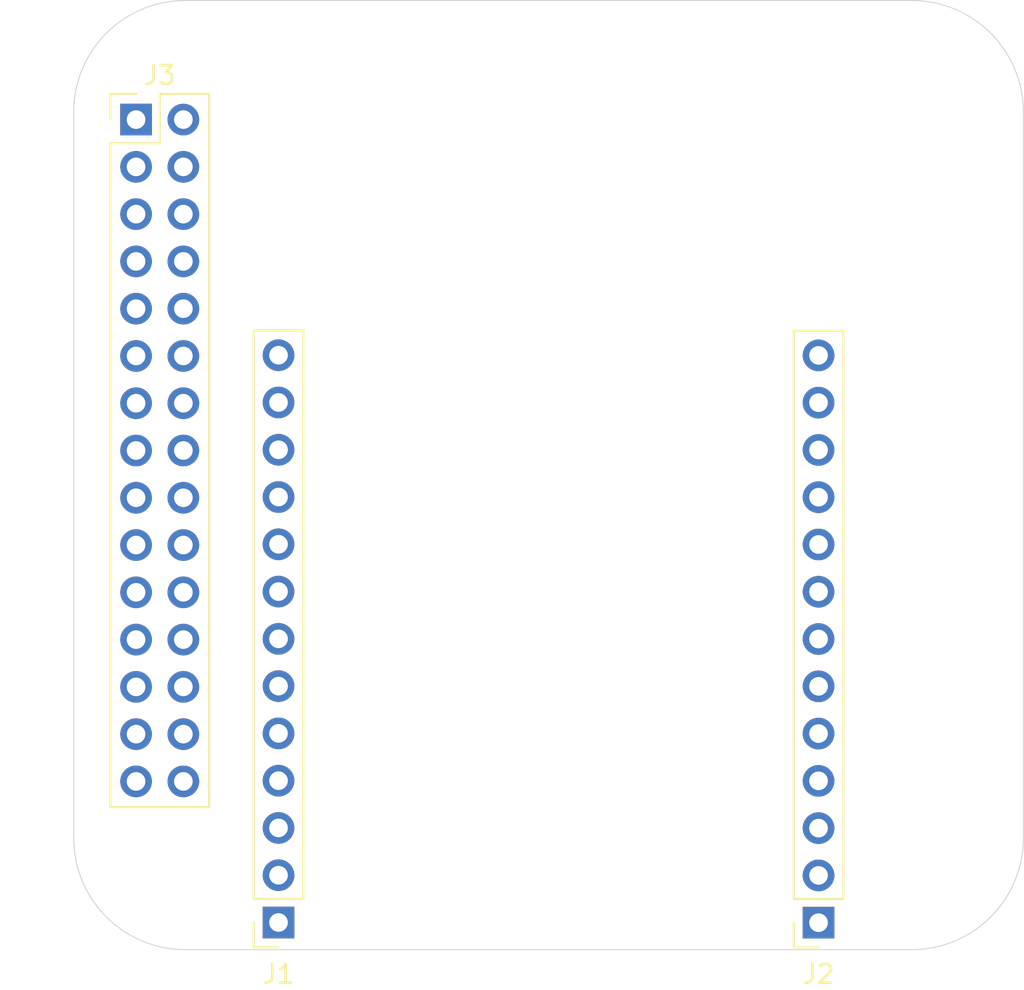
<source format=kicad_pcb>
(kicad_pcb (version 20241229) (generator "pcbnew") (generator_version "9.0")
  (layers (0 "F.Cu" signal) (2 "B.Cu" signal) (13 "F.Paste" user) (15 "B.Paste" user) (5 "F.SilkS" user "F.Silkscreen") (7 "B.SilkS" user "B.Silkscreen") (1 "F.Mask" user) (3 "B.Mask" user) (25 "Edge.Cuts" user))
  (net 0 "")
  (net 1 "SCL")
  (net 2 "SDA")
  (net 3 "+3V3")
  (net 4 "I2S_DOUT")
  (net 5 "GPIO14")
  (net 6 "ADC_1")
  (net 7 "GND")
  (net 8 "GPIO18")
  (net 9 "USB_N_HD")
  (net 10 "USB_P_HD")
  (net 11 "I2S_LRCK")
  (net 12 "GPIO17")
  (net 13 "I2S_DIN")
  (net 14 "SCK")
  (net 15 "+5V")
  (net 16 "RST")
  (net 17 "UART0_TX")
  (net 18 "CAN_H")
  (net 19 "MISO")
  (net 20 "CS")
  (net 21 "CAN_L")
  (net 22 "MOSI")
  (net 23 "UART0_RX")
  (net 24 "BOOT")
  (footprint "Connector_PinSocket_2.54mm:PinSocket_1x13_P2.54mm_Vertical" (layer "F.Cu") (at 131 118.54 180)
    (property "Reference" "J1" (at 0 -2.77 0) (layer "F.SilkS"))
    (property "Value" "Conn_01x13_Socket")
    (fp_line (start 1.33 1.27) (end 1.33 31.81) (stroke (width 0.12)) (layer "F.SilkS"))
    (fp_line (start 1.33 -1.33) (end 1.33 0) (stroke (width 0.12)) (layer "F.SilkS"))
    (fp_line (start 0 -1.33) (end 1.33 -1.33) (stroke (width 0.12)) (layer "F.SilkS"))
    (fp_line (start -1.33 31.81) (end 1.33 31.81) (stroke (width 0.12)) (layer "F.SilkS"))
    (fp_line (start -1.33 1.27) (end 1.33 1.27) (stroke (width 0.12)) (layer "F.SilkS"))
    (fp_line (start -1.33 1.27) (end -1.33 31.81) (stroke (width 0.12)) (layer "F.SilkS"))
    (pad "1" thru_hole rect (at 0 0 180) (size 1.7 1.7) (drill 1) (layers "*.Cu" "*.Mask") (net 7 "GND"))
    (pad "2" thru_hole circle (at 0 2.54 180) (size 1.7 1.7) (drill 1) (layers "*.Cu" "*.Mask") (net 8 "GPIO18"))
    (pad "3" thru_hole circle (at 0 5.08 180) (size 1.7 1.7) (drill 1) (layers "*.Cu" "*.Mask") (net 12 "GPIO17"))
    (pad "4" thru_hole circle (at 0 7.62 180) (size 1.7 1.7) (drill 1) (layers "*.Cu" "*.Mask") (net 5 "GPIO14"))
    (pad "5" thru_hole circle (at 0 10.16 180) (size 1.7 1.7) (drill 1) (layers "*.Cu" "*.Mask") (net 6 "ADC_1"))
    (pad "6" thru_hole circle (at 0 12.7 180) (size 1.7 1.7) (drill 1) (layers "*.Cu" "*.Mask") (net 1 "SCL"))
    (pad "7" thru_hole circle (at 0 15.24 180) (size 1.7 1.7) (drill 1) (layers "*.Cu" "*.Mask") (net 2 "SDA"))
    (pad "8" thru_hole circle (at 0 17.78 180) (size 1.7 1.7) (drill 1) (layers "*.Cu" "*.Mask") (net 4 "I2S_DOUT"))
    (pad "9" thru_hole circle (at 0 20.32 180) (size 1.7 1.7) (drill 1) (layers "*.Cu" "*.Mask") (net 13 "I2S_DIN"))
    (pad "10" thru_hole circle (at 0 22.86 180) (size 1.7 1.7) (drill 1) (layers "*.Cu" "*.Mask") (net 11 "I2S_LRCK"))
    (pad "11" thru_hole circle (at 0 25.4 180) (size 1.7 1.7) (drill 1) (layers "*.Cu" "*.Mask") (net 10 "USB_P_HD"))
    (pad "12" thru_hole circle (at 0 27.94 180) (size 1.7 1.7) (drill 1) (layers "*.Cu" "*.Mask") (net 9 "USB_N_HD"))
    (pad "13" thru_hole circle (at 0 30.48 180) (size 1.7 1.7) (drill 1) (layers "*.Cu" "*.Mask") (net 3 "+3V3"))
  )
  (footprint "Connector_PinSocket_2.54mm:PinSocket_1x13_P2.54mm_Vertical" (layer "F.Cu") (at 160 118.55 180)
    (property "Reference" "J2" (at 0 -2.77 0) (layer "F.SilkS"))
    (property "Value" "Conn_01x13_Socket")
    (fp_line (start 1.33 1.27) (end 1.33 31.81) (stroke (width 0.12)) (layer "F.SilkS"))
    (fp_line (start 1.33 -1.33) (end 1.33 0) (stroke (width 0.12)) (layer "F.SilkS"))
    (fp_line (start 0 -1.33) (end 1.33 -1.33) (stroke (width 0.12)) (layer "F.SilkS"))
    (fp_line (start -1.33 31.81) (end 1.33 31.81) (stroke (width 0.12)) (layer "F.SilkS"))
    (fp_line (start -1.33 1.27) (end 1.33 1.27) (stroke (width 0.12)) (layer "F.SilkS"))
    (fp_line (start -1.33 1.27) (end -1.33 31.81) (stroke (width 0.12)) (layer "F.SilkS"))
    (pad "1" thru_hole rect (at 0 0 180) (size 1.7 1.7) (drill 1) (layers "*.Cu" "*.Mask") (net 7 "GND"))
    (pad "2" thru_hole circle (at 0 2.54 180) (size 1.7 1.7) (drill 1) (layers "*.Cu" "*.Mask") (net 21 "CAN_L"))
    (pad "3" thru_hole circle (at 0 5.08 180) (size 1.7 1.7) (drill 1) (layers "*.Cu" "*.Mask") (net 18 "CAN_H"))
    (pad "4" thru_hole circle (at 0 7.62 180) (size 1.7 1.7) (drill 1) (layers "*.Cu" "*.Mask") (net 22 "MOSI"))
    (pad "5" thru_hole circle (at 0 10.16 180) (size 1.7 1.7) (drill 1) (layers "*.Cu" "*.Mask") (net 14 "SCK"))
    (pad "6" thru_hole circle (at 0 12.7 180) (size 1.7 1.7) (drill 1) (layers "*.Cu" "*.Mask") (net 19 "MISO"))
    (pad "7" thru_hole circle (at 0 15.24 180) (size 1.7 1.7) (drill 1) (layers "*.Cu" "*.Mask") (net 20 "CS"))
    (pad "8" thru_hole circle (at 0 17.78 180) (size 1.7 1.7) (drill 1) (layers "*.Cu" "*.Mask") (net 7 "GND"))
    (pad "9" thru_hole circle (at 0 20.32 180) (size 1.7 1.7) (drill 1) (layers "*.Cu" "*.Mask") (net 16 "RST"))
    (pad "10" thru_hole circle (at 0 22.86 180) (size 1.7 1.7) (drill 1) (layers "*.Cu" "*.Mask") (net 24 "BOOT"))
    (pad "11" thru_hole circle (at 0 25.4 180) (size 1.7 1.7) (drill 1) (layers "*.Cu" "*.Mask") (net 23 "UART0_RX"))
    (pad "12" thru_hole circle (at 0 27.94 180) (size 1.7 1.7) (drill 1) (layers "*.Cu" "*.Mask") (net 17 "UART0_TX"))
    (pad "13" thru_hole circle (at 0 30.48 180) (size 1.7 1.7) (drill 1) (layers "*.Cu" "*.Mask") (net 15 "+5V"))
  )
  (footprint "Connector_PinHeader_2.54mm:PinHeader_2x15_P2.54mm_Vertical" (layer "F.Cu") (at 123.35 75.4)
    (property "Reference" "J3" (at 1.27 -2.38 0) (layer "F.SilkS"))
    (property "Value" "Conn_02x15_Odd_Even")
    (fp_line (start -1.38 -1.38) (end 0 -1.38) (stroke (width 0.12)) (layer "F.SilkS"))
    (fp_line (start -1.38 0) (end -1.38 -1.38) (stroke (width 0.12)) (layer "F.SilkS"))
    (fp_line (start -1.38 1.27) (end -1.38 36.94) (stroke (width 0.12)) (layer "F.SilkS"))
    (fp_line (start -1.38 1.27) (end 1.27 1.27) (stroke (width 0.12)) (layer "F.SilkS"))
    (fp_line (start -1.38 36.94) (end 3.92 36.94) (stroke (width 0.12)) (layer "F.SilkS"))
    (fp_line (start 1.27 -1.38) (end 3.92 -1.38) (stroke (width 0.12)) (layer "F.SilkS"))
    (fp_line (start 1.27 1.27) (end 1.27 -1.38) (stroke (width 0.12)) (layer "F.SilkS"))
    (fp_line (start 3.92 -1.38) (end 3.92 36.94) (stroke (width 0.12)) (layer "F.SilkS"))
    (pad "1" thru_hole rect (at 0 0) (size 1.7 1.7) (drill 1) (layers "*.Cu" "*.Mask") (net 7 "GND"))
    (pad "2" thru_hole circle (at 2.54 0) (size 1.7 1.7) (drill 1) (layers "*.Cu" "*.Mask") (net 6 "ADC_1"))
    (pad "3" thru_hole circle (at 0 2.54) (size 1.7 1.7) (drill 1) (layers "*.Cu" "*.Mask") (net 7 "GND"))
    (pad "4" thru_hole circle (at 2.54 2.54) (size 1.7 1.7) (drill 1) (layers "*.Cu" "*.Mask"))
    (pad "5" thru_hole circle (at 0 5.08) (size 1.7 1.7) (drill 1) (layers "*.Cu" "*.Mask") (net 7 "GND"))
    (pad "6" thru_hole circle (at 2.54 5.08) (size 1.7 1.7) (drill 1) (layers "*.Cu" "*.Mask") (net 16 "RST"))
    (pad "7" thru_hole circle (at 0 7.62) (size 1.7 1.7) (drill 1) (layers "*.Cu" "*.Mask") (net 22 "MOSI"))
    (pad "8" thru_hole circle (at 2.54 7.62) (size 1.7 1.7) (drill 1) (layers "*.Cu" "*.Mask") (net 8 "GPIO18"))
    (pad "9" thru_hole circle (at 0 10.16) (size 1.7 1.7) (drill 1) (layers "*.Cu" "*.Mask") (net 19 "MISO"))
    (pad "10" thru_hole circle (at 2.54 10.16) (size 1.7 1.7) (drill 1) (layers "*.Cu" "*.Mask"))
    (pad "11" thru_hole circle (at 0 12.7) (size 1.7 1.7) (drill 1) (layers "*.Cu" "*.Mask") (net 14 "SCK"))
    (pad "12" thru_hole circle (at 2.54 12.7) (size 1.7 1.7) (drill 1) (layers "*.Cu" "*.Mask") (net 3 "+3V3"))
    (pad "13" thru_hole circle (at 0 15.24) (size 1.7 1.7) (drill 1) (layers "*.Cu" "*.Mask") (net 23 "UART0_RX"))
    (pad "14" thru_hole circle (at 2.54 15.24) (size 1.7 1.7) (drill 1) (layers "*.Cu" "*.Mask") (net 17 "UART0_TX"))
    (pad "15" thru_hole circle (at 0 17.78) (size 1.7 1.7) (drill 1) (layers "*.Cu" "*.Mask"))
    (pad "16" thru_hole circle (at 2.54 17.78) (size 1.7 1.7) (drill 1) (layers "*.Cu" "*.Mask"))
    (pad "17" thru_hole circle (at 0 20.32) (size 1.7 1.7) (drill 1) (layers "*.Cu" "*.Mask") (net 2 "SDA"))
    (pad "18" thru_hole circle (at 2.54 20.32) (size 1.7 1.7) (drill 1) (layers "*.Cu" "*.Mask") (net 1 "SCL"))
    (pad "19" thru_hole circle (at 0 22.86) (size 1.7 1.7) (drill 1) (layers "*.Cu" "*.Mask"))
    (pad "20" thru_hole circle (at 2.54 22.86) (size 1.7 1.7) (drill 1) (layers "*.Cu" "*.Mask"))
    (pad "21" thru_hole circle (at 0 25.4) (size 1.7 1.7) (drill 1) (layers "*.Cu" "*.Mask") (net 5 "GPIO14"))
    (pad "22" thru_hole circle (at 2.54 25.4) (size 1.7 1.7) (drill 1) (layers "*.Cu" "*.Mask") (net 12 "GPIO17"))
    (pad "23" thru_hole circle (at 0 27.94) (size 1.7 1.7) (drill 1) (layers "*.Cu" "*.Mask") (net 4 "I2S_DOUT"))
    (pad "24" thru_hole circle (at 2.54 27.94) (size 1.7 1.7) (drill 1) (layers "*.Cu" "*.Mask") (net 11 "I2S_LRCK"))
    (pad "25" thru_hole circle (at 0 30.48) (size 1.7 1.7) (drill 1) (layers "*.Cu" "*.Mask"))
    (pad "26" thru_hole circle (at 2.54 30.48) (size 1.7 1.7) (drill 1) (layers "*.Cu" "*.Mask") (net 13 "I2S_DIN"))
    (pad "27" thru_hole circle (at 0 33.02) (size 1.7 1.7) (drill 1) (layers "*.Cu" "*.Mask"))
    (pad "28" thru_hole circle (at 2.54 33.02) (size 1.7 1.7) (drill 1) (layers "*.Cu" "*.Mask") (net 15 "+5V"))
    (pad "29" thru_hole circle (at 0 35.56) (size 1.7 1.7) (drill 1) (layers "*.Cu" "*.Mask"))
    (pad "30" thru_hole circle (at 2.54 35.56) (size 1.7 1.7) (drill 1) (layers "*.Cu" "*.Mask"))
  )
  (gr_arc (start 171 114) (mid 169.242641 118.242641) (end 165 120) (stroke (width 0.05)) (layer "Edge.Cuts"))
  (gr_line (start 165 120) (end 126 120) (stroke (width 0.05)) (layer "Edge.Cuts"))
  (gr_arc (start 126 120) (mid 121.757359 118.242641) (end 120 114) (stroke (width 0.05)) (layer "Edge.Cuts"))
  (gr_line (start 120 114) (end 120 75) (stroke (width 0.05)) (layer "Edge.Cuts"))
  (gr_arc (start 165 69) (mid 169.242641 70.757359) (end 171 75) (stroke (width 0.05)) (layer "Edge.Cuts"))
  (gr_line (start 171 75) (end 171 114) (stroke (width 0.05)) (layer "Edge.Cuts"))
  (gr_arc (start 120 75) (mid 121.757359 70.757359) (end 126 69) (stroke (width 0.05)) (layer "Edge.Cuts"))
  (gr_line (start 126 69) (end 165 69) (stroke (width 0.05)) (layer "Edge.Cuts"))
)
</source>
